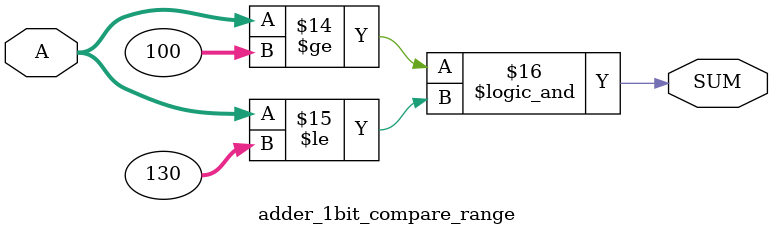
<source format=v>

module adder_1bit_compare_range
(
  input [7:0] A,
  output SUM
);

  reg [7:0] values [3:0];
  reg SUM;

  initial begin
    values[0] = 100;
    values[1] = 110;
    values[2] = 120;
    values[3] = 130;
    SUM = (A >= 100) && (A <= 130);
  end


endmodule

</source>
